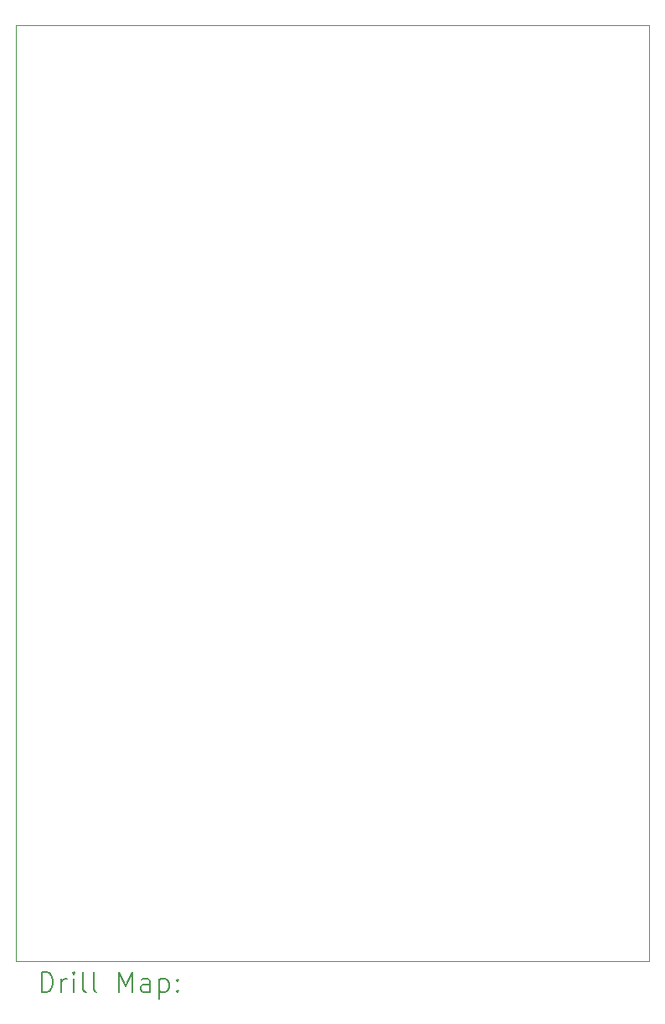
<source format=gbr>
%TF.GenerationSoftware,KiCad,Pcbnew,8.0.6*%
%TF.CreationDate,2024-11-20T20:18:22-05:00*%
%TF.ProjectId,RailsidePDB,5261696c-7369-4646-9550-44422e6b6963,rev?*%
%TF.SameCoordinates,Original*%
%TF.FileFunction,Drillmap*%
%TF.FilePolarity,Positive*%
%FSLAX45Y45*%
G04 Gerber Fmt 4.5, Leading zero omitted, Abs format (unit mm)*
G04 Created by KiCad (PCBNEW 8.0.6) date 2024-11-20 20:18:22*
%MOMM*%
%LPD*%
G01*
G04 APERTURE LIST*
%ADD10C,0.050000*%
%ADD11C,0.200000*%
G04 APERTURE END LIST*
D10*
X5100000Y-6350000D02*
X11500000Y-6350000D01*
X11500000Y-15800000D01*
X5100000Y-15800000D01*
X5100000Y-6350000D01*
D11*
X5358277Y-16113984D02*
X5358277Y-15913984D01*
X5358277Y-15913984D02*
X5405896Y-15913984D01*
X5405896Y-15913984D02*
X5434467Y-15923508D01*
X5434467Y-15923508D02*
X5453515Y-15942555D01*
X5453515Y-15942555D02*
X5463039Y-15961603D01*
X5463039Y-15961603D02*
X5472563Y-15999698D01*
X5472563Y-15999698D02*
X5472563Y-16028269D01*
X5472563Y-16028269D02*
X5463039Y-16066365D01*
X5463039Y-16066365D02*
X5453515Y-16085412D01*
X5453515Y-16085412D02*
X5434467Y-16104460D01*
X5434467Y-16104460D02*
X5405896Y-16113984D01*
X5405896Y-16113984D02*
X5358277Y-16113984D01*
X5558277Y-16113984D02*
X5558277Y-15980650D01*
X5558277Y-16018746D02*
X5567801Y-15999698D01*
X5567801Y-15999698D02*
X5577324Y-15990174D01*
X5577324Y-15990174D02*
X5596372Y-15980650D01*
X5596372Y-15980650D02*
X5615420Y-15980650D01*
X5682086Y-16113984D02*
X5682086Y-15980650D01*
X5682086Y-15913984D02*
X5672562Y-15923508D01*
X5672562Y-15923508D02*
X5682086Y-15933031D01*
X5682086Y-15933031D02*
X5691610Y-15923508D01*
X5691610Y-15923508D02*
X5682086Y-15913984D01*
X5682086Y-15913984D02*
X5682086Y-15933031D01*
X5805896Y-16113984D02*
X5786848Y-16104460D01*
X5786848Y-16104460D02*
X5777324Y-16085412D01*
X5777324Y-16085412D02*
X5777324Y-15913984D01*
X5910658Y-16113984D02*
X5891610Y-16104460D01*
X5891610Y-16104460D02*
X5882086Y-16085412D01*
X5882086Y-16085412D02*
X5882086Y-15913984D01*
X6139229Y-16113984D02*
X6139229Y-15913984D01*
X6139229Y-15913984D02*
X6205896Y-16056841D01*
X6205896Y-16056841D02*
X6272562Y-15913984D01*
X6272562Y-15913984D02*
X6272562Y-16113984D01*
X6453515Y-16113984D02*
X6453515Y-16009222D01*
X6453515Y-16009222D02*
X6443991Y-15990174D01*
X6443991Y-15990174D02*
X6424943Y-15980650D01*
X6424943Y-15980650D02*
X6386848Y-15980650D01*
X6386848Y-15980650D02*
X6367801Y-15990174D01*
X6453515Y-16104460D02*
X6434467Y-16113984D01*
X6434467Y-16113984D02*
X6386848Y-16113984D01*
X6386848Y-16113984D02*
X6367801Y-16104460D01*
X6367801Y-16104460D02*
X6358277Y-16085412D01*
X6358277Y-16085412D02*
X6358277Y-16066365D01*
X6358277Y-16066365D02*
X6367801Y-16047317D01*
X6367801Y-16047317D02*
X6386848Y-16037793D01*
X6386848Y-16037793D02*
X6434467Y-16037793D01*
X6434467Y-16037793D02*
X6453515Y-16028269D01*
X6548753Y-15980650D02*
X6548753Y-16180650D01*
X6548753Y-15990174D02*
X6567801Y-15980650D01*
X6567801Y-15980650D02*
X6605896Y-15980650D01*
X6605896Y-15980650D02*
X6624943Y-15990174D01*
X6624943Y-15990174D02*
X6634467Y-15999698D01*
X6634467Y-15999698D02*
X6643991Y-16018746D01*
X6643991Y-16018746D02*
X6643991Y-16075888D01*
X6643991Y-16075888D02*
X6634467Y-16094936D01*
X6634467Y-16094936D02*
X6624943Y-16104460D01*
X6624943Y-16104460D02*
X6605896Y-16113984D01*
X6605896Y-16113984D02*
X6567801Y-16113984D01*
X6567801Y-16113984D02*
X6548753Y-16104460D01*
X6729705Y-16094936D02*
X6739229Y-16104460D01*
X6739229Y-16104460D02*
X6729705Y-16113984D01*
X6729705Y-16113984D02*
X6720182Y-16104460D01*
X6720182Y-16104460D02*
X6729705Y-16094936D01*
X6729705Y-16094936D02*
X6729705Y-16113984D01*
X6729705Y-15990174D02*
X6739229Y-15999698D01*
X6739229Y-15999698D02*
X6729705Y-16009222D01*
X6729705Y-16009222D02*
X6720182Y-15999698D01*
X6720182Y-15999698D02*
X6729705Y-15990174D01*
X6729705Y-15990174D02*
X6729705Y-16009222D01*
M02*

</source>
